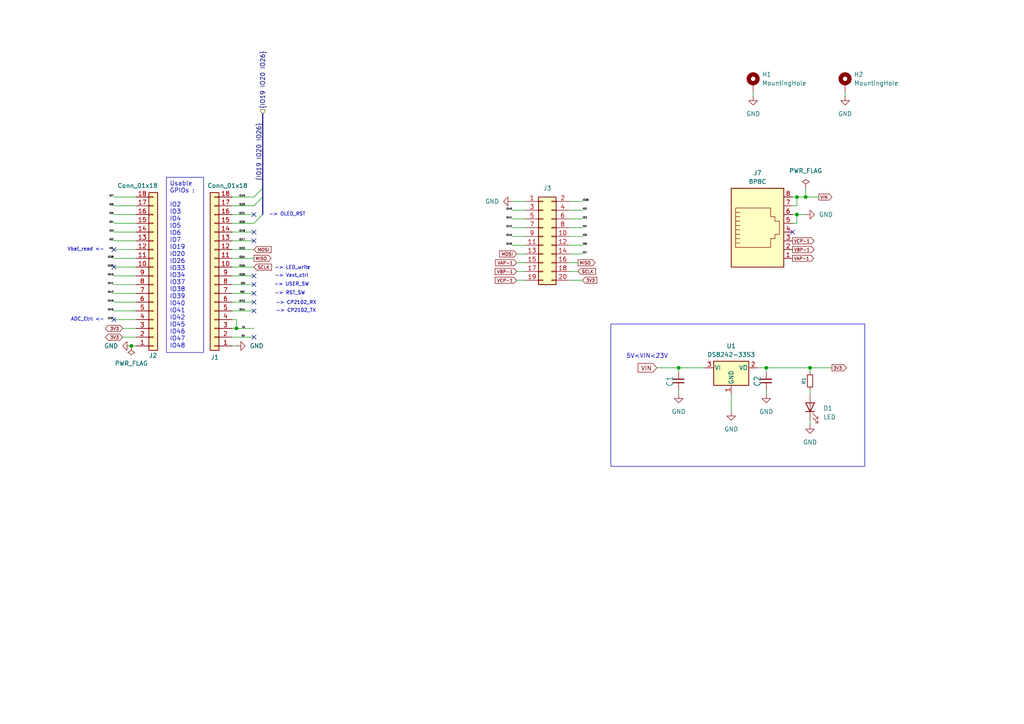
<source format=kicad_sch>
(kicad_sch (version 20231120) (generator "eeschema") (generator_version "8.0")
  (paper "A4")
  (lib_symbols
    (symbol "Connector:8P8C" (pin_names (offset 1.016))
      (property "Reference" "J" (at -5.08 13.97 0))
      (property "Value" "8P8C" (at 2.54 13.97 0))
      (symbol "8P8C_0_1"
        (polyline (pts (xy -5.08 4.445) (xy -6.35 4.445)))
        (polyline (pts (xy -5.08 5.715) (xy -6.35 5.715)))
        (polyline (pts (xy -6.35 -3.175) (xy -5.08 -3.175) (xy -5.08 -3.175)))
        (polyline (pts (xy -6.35 -1.905) (xy -5.08 -1.905) (xy -5.08 -1.905)))
        (polyline (pts (xy -6.35 -0.635) (xy -5.08 -0.635) (xy -5.08 -0.635)))
        (polyline (pts (xy -6.35 0.635) (xy -5.08 0.635) (xy -5.08 0.635)))
        (polyline (pts (xy -6.35 1.905) (xy -5.08 1.905) (xy -5.08 1.905)))
        (polyline (pts (xy -5.08 3.175) (xy -6.35 3.175) (xy -6.35 3.175)))
        (polyline (pts (xy -6.35 -4.445) (xy -6.35 6.985) (xy 3.81 6.985) (xy 3.81 4.445) (xy 5.08 4.445) (xy 5.08 3.175) (xy 6.35 3.175) (xy 6.35 -0.635) (xy 5.08 -0.635) (xy 5.08 -1.905) (xy 3.81 -1.905) (xy 3.81 -4.445) (xy -6.35 -4.445) (xy -6.35 -4.445)))
        (rectangle (start 7.62 12.7) (end -7.62 -10.16) (stroke (width 0.254)) (fill (type background)))
      )
      (symbol "8P8C_1_1"
        (pin passive line (at 10.16 -7.62 180) (length 2.54) (name "~") (number "1"))
        (pin passive line (at 10.16 -5.08 180) (length 2.54) (name "~") (number "2"))
        (pin passive line (at 10.16 -2.54 180) (length 2.54) (name "~") (number "3"))
        (pin passive line (at 10.16 0 180) (length 2.54) (name "~") (number "4"))
        (pin passive line (at 10.16 2.54 180) (length 2.54) (name "~") (number "5"))
        (pin passive line (at 10.16 5.08 180) (length 2.54) (name "~") (number "6"))
        (pin passive line (at 10.16 7.62 180) (length 2.54) (name "~") (number "7"))
        (pin passive line (at 10.16 10.16 180) (length 2.54) (name "~") (number "8"))
      )
    )
    (symbol "Connector_Generic:Conn_01x18" (pin_names (offset 1.016) hide)
      (property "Reference" "J" (at 0 22.86 0))
      (property "Value" "Conn_01x18" (at 0 -25.4 0))
      (symbol "Conn_01x18_1_1"
        (rectangle (start -1.27 -22.733) (end 0 -22.987) (stroke (width 0.1524)))
        (rectangle (start -1.27 -20.193) (end 0 -20.447) (stroke (width 0.1524)))
        (rectangle (start -1.27 -17.653) (end 0 -17.907) (stroke (width 0.1524)))
        (rectangle (start -1.27 -15.113) (end 0 -15.367) (stroke (width 0.1524)))
        (rectangle (start -1.27 -12.573) (end 0 -12.827) (stroke (width 0.1524)))
        (rectangle (start -1.27 -10.033) (end 0 -10.287) (stroke (width 0.1524)))
        (rectangle (start -1.27 -7.493) (end 0 -7.747) (stroke (width 0.1524)))
        (rectangle (start -1.27 -4.953) (end 0 -5.207) (stroke (width 0.1524)))
        (rectangle (start -1.27 -2.413) (end 0 -2.667) (stroke (width 0.1524)))
        (rectangle (start -1.27 0.127) (end 0 -0.127) (stroke (width 0.1524)))
        (rectangle (start -1.27 2.667) (end 0 2.413) (stroke (width 0.1524)))
        (rectangle (start -1.27 5.207) (end 0 4.953) (stroke (width 0.1524)))
        (rectangle (start -1.27 7.747) (end 0 7.493) (stroke (width 0.1524)))
        (rectangle (start -1.27 10.287) (end 0 10.033) (stroke (width 0.1524)))
        (rectangle (start -1.27 12.827) (end 0 12.573) (stroke (width 0.1524)))
        (rectangle (start -1.27 15.367) (end 0 15.113) (stroke (width 0.1524)))
        (rectangle (start -1.27 17.907) (end 0 17.653) (stroke (width 0.1524)))
        (rectangle (start -1.27 20.447) (end 0 20.193) (stroke (width 0.1524)))
        (rectangle (start -1.27 21.59) (end 1.27 -24.13) (stroke (width 0.254)) (fill (type background)))
        (pin passive line (at -5.08 20.32 0) (length 3.81) (name "Pin_1") (number "1"))
        (pin passive line (at -5.08 -2.54 0) (length 3.81) (name "Pin_10") (number "10"))
        (pin passive line (at -5.08 -5.08 0) (length 3.81) (name "Pin_11") (number "11"))
        (pin passive line (at -5.08 -7.62 0) (length 3.81) (name "Pin_12") (number "12"))
        (pin passive line (at -5.08 -10.16 0) (length 3.81) (name "Pin_13") (number "13"))
        (pin passive line (at -5.08 -12.7 0) (length 3.81) (name "Pin_14") (number "14"))
        (pin passive line (at -5.08 -15.24 0) (length 3.81) (name "Pin_15") (number "15"))
        (pin passive line (at -5.08 -17.78 0) (length 3.81) (name "Pin_16") (number "16"))
        (pin passive line (at -5.08 -20.32 0) (length 3.81) (name "Pin_17") (number "17"))
        (pin passive line (at -5.08 -22.86 0) (length 3.81) (name "Pin_18") (number "18"))
        (pin passive line (at -5.08 17.78 0) (length 3.81) (name "Pin_2") (number "2"))
        (pin passive line (at -5.08 15.24 0) (length 3.81) (name "Pin_3") (number "3"))
        (pin passive line (at -5.08 12.7 0) (length 3.81) (name "Pin_4") (number "4"))
        (pin passive line (at -5.08 10.16 0) (length 3.81) (name "Pin_5") (number "5"))
        (pin passive line (at -5.08 7.62 0) (length 3.81) (name "Pin_6") (number "6"))
        (pin passive line (at -5.08 5.08 0) (length 3.81) (name "Pin_7") (number "7"))
        (pin passive line (at -5.08 2.54 0) (length 3.81) (name "Pin_8") (number "8"))
        (pin passive line (at -5.08 0 0) (length 3.81) (name "Pin_9") (number "9"))
      )
    )
    (symbol "Connector_Generic:Conn_02x10_Odd_Even" (pin_names (offset 1.016) hide)
      (property "Reference" "J" (at 1.27 12.7 0))
      (property "Value" "Conn_02x10_Odd_Even" (at 1.27 -15.24 0))
      (symbol "Conn_02x10_Odd_Even_1_1"
        (rectangle (start -1.27 -12.573) (end 0 -12.827) (stroke (width 0.1524)))
        (rectangle (start -1.27 -10.033) (end 0 -10.287) (stroke (width 0.1524)))
        (rectangle (start -1.27 -7.493) (end 0 -7.747) (stroke (width 0.1524)))
        (rectangle (start -1.27 -4.953) (end 0 -5.207) (stroke (width 0.1524)))
        (rectangle (start -1.27 -2.413) (end 0 -2.667) (stroke (width 0.1524)))
        (rectangle (start -1.27 0.127) (end 0 -0.127) (stroke (width 0.1524)))
        (rectangle (start -1.27 2.667) (end 0 2.413) (stroke (width 0.1524)))
        (rectangle (start -1.27 5.207) (end 0 4.953) (stroke (width 0.1524)))
        (rectangle (start -1.27 7.747) (end 0 7.493) (stroke (width 0.1524)))
        (rectangle (start -1.27 10.287) (end 0 10.033) (stroke (width 0.1524)))
        (rectangle (start -1.27 11.43) (end 3.81 -13.97) (stroke (width 0.254)) (fill (type background)))
        (rectangle (start 3.81 -12.573) (end 2.54 -12.827) (stroke (width 0.1524)))
        (rectangle (start 3.81 -10.033) (end 2.54 -10.287) (stroke (width 0.1524)))
        (rectangle (start 3.81 -7.493) (end 2.54 -7.747) (stroke (width 0.1524)))
        (rectangle (start 3.81 -4.953) (end 2.54 -5.207) (stroke (width 0.1524)))
        (rectangle (start 3.81 -2.413) (end 2.54 -2.667) (stroke (width 0.1524)))
        (rectangle (start 3.81 0.127) (end 2.54 -0.127) (stroke (width 0.1524)))
        (rectangle (start 3.81 2.667) (end 2.54 2.413) (stroke (width 0.1524)))
        (rectangle (start 3.81 5.207) (end 2.54 4.953) (stroke (width 0.1524)))
        (rectangle (start 3.81 7.747) (end 2.54 7.493) (stroke (width 0.1524)))
        (rectangle (start 3.81 10.287) (end 2.54 10.033) (stroke (width 0.1524)))
        (pin passive line (at -5.08 10.16 0) (length 3.81) (name "Pin_1") (number "1"))
        (pin passive line (at 7.62 0 180) (length 3.81) (name "Pin_10") (number "10"))
        (pin passive line (at -5.08 -2.54 0) (length 3.81) (name "Pin_11") (number "11"))
        (pin passive line (at 7.62 -2.54 180) (length 3.81) (name "Pin_12") (number "12"))
        (pin passive line (at -5.08 -5.08 0) (length 3.81) (name "Pin_13") (number "13"))
        (pin passive line (at 7.62 -5.08 180) (length 3.81) (name "Pin_14") (number "14"))
        (pin passive line (at -5.08 -7.62 0) (length 3.81) (name "Pin_15") (number "15"))
        (pin passive line (at 7.62 -7.62 180) (length 3.81) (name "Pin_16") (number "16"))
        (pin passive line (at -5.08 -10.16 0) (length 3.81) (name "Pin_17") (number "17"))
        (pin passive line (at 7.62 -10.16 180) (length 3.81) (name "Pin_18") (number "18"))
        (pin passive line (at -5.08 -12.7 0) (length 3.81) (name "Pin_19") (number "19"))
        (pin passive line (at 7.62 10.16 180) (length 3.81) (name "Pin_2") (number "2"))
        (pin passive line (at 7.62 -12.7 180) (length 3.81) (name "Pin_20") (number "20"))
        (pin passive line (at -5.08 7.62 0) (length 3.81) (name "Pin_3") (number "3"))
        (pin passive line (at 7.62 7.62 180) (length 3.81) (name "Pin_4") (number "4"))
        (pin passive line (at -5.08 5.08 0) (length 3.81) (name "Pin_5") (number "5"))
        (pin passive line (at 7.62 5.08 180) (length 3.81) (name "Pin_6") (number "6"))
        (pin passive line (at -5.08 2.54 0) (length 3.81) (name "Pin_7") (number "7"))
        (pin passive line (at 7.62 2.54 180) (length 3.81) (name "Pin_8") (number "8"))
        (pin passive line (at -5.08 0 0) (length 3.81) (name "Pin_9") (number "9"))
      )
    )
    (symbol "Device:C_Small" (pin_numbers hide) (pin_names (offset 0.254) hide)
      (property "Reference" "C" (at 0.254 1.778 0))
      (property "Value" "C_Small" (at 0.254 -2.032 0))
      (symbol "C_Small_0_1"
        (polyline (pts (xy -1.524 -0.508) (xy 1.524 -0.508)) (stroke (width 0.3302)))
        (polyline (pts (xy -1.524 0.508) (xy 1.524 0.508)) (stroke (width 0.3048)))
      )
      (symbol "C_Small_1_1"
        (pin passive line (at 0 2.54 270) (length 2.032) (name "~") (number "1"))
        (pin passive line (at 0 -2.54 90) (length 2.032) (name "~") (number "2"))
      )
    )
    (symbol "Device:LED" (pin_numbers hide) (pin_names (offset 1.016) hide)
      (property "Reference" "D" (at 0 2.54 0))
      (property "Value" "LED" (at 0 -2.54 0))
      (symbol "LED_0_1"
        (polyline (pts (xy -1.27 -1.27) (xy -1.27 1.27)) (stroke (width 0.254)))
        (polyline (pts (xy -1.27 0) (xy 1.27 0)))
        (polyline (pts (xy 1.27 -1.27) (xy 1.27 1.27) (xy -1.27 0) (xy 1.27 -1.27)) (stroke (width 0.254)))
        (polyline (pts (xy -3.048 -0.762) (xy -4.572 -2.286) (xy -3.81 -2.286) (xy -4.572 -2.286) (xy -4.572 -1.524)))
        (polyline (pts (xy -1.778 -0.762) (xy -3.302 -2.286) (xy -2.54 -2.286) (xy -3.302 -2.286) (xy -3.302 -1.524)))
      )
      (symbol "LED_1_1"
        (pin passive line (at -3.81 0 0) (length 2.54) (name "K") (number "1"))
        (pin passive line (at 3.81 0 180) (length 2.54) (name "A") (number "2"))
      )
    )
    (symbol "Device:R_Small" (pin_numbers hide) (pin_names (offset 0.254) hide)
      (property "Reference" "R" (at 0.762 0.508 0))
      (property "Value" "R_Small" (at 0.762 -1.016 0))
      (symbol "R_Small_0_1"
        (rectangle (start -0.762 1.778) (end 0.762 -1.778) (stroke (width 0.2032)))
      )
      (symbol "R_Small_1_1"
        (pin passive line (at 0 2.54 270) (length 0.762) (name "~") (number "1"))
        (pin passive line (at 0 -2.54 90) (length 0.762) (name "~") (number "2"))
      )
    )
    (symbol "Mechanical:MountingHole_Pad" (pin_numbers hide) (pin_names (offset 1.016) hide) (exclude_from_sim yes) (in_bom no)
      (property "Reference" "H" (at 0 6.35 0))
      (property "Value" "MountingHole_Pad" (at 0 4.445 0))
      (symbol "MountingHole_Pad_0_1"
        (circle (center 0 1.27) (radius 1.27) (stroke (width 1.27)))
      )
      (symbol "MountingHole_Pad_1_1"
        (pin input line (at 0 -2.54 90) (length 2.54) (name "1") (number "1"))
      )
    )
    (symbol "PWR_FLAG_1" (power) (pin_numbers hide) (pin_names (offset 0) hide)
      (property "Value" "PWR_FLAG" (at 0 3.81 0))
      (symbol "PWR_FLAG_1_0_0"
        (pin power_out line (at 0 0 90) (length 0) (name "~") (number "1"))
      )
      (symbol "PWR_FLAG_1_0_1"
        (polyline (pts (xy 0 0) (xy 0 1.27) (xy -1.016 1.905) (xy 0 2.54) (xy 1.016 1.905) (xy 0 1.27)))
      )
    )
    (symbol "Regulator_Linear:APE8865N-33-HF-3" (pin_names (offset 0.254))
      (property "Reference" "U" (at -3.81 3.175 0))
      (property "Value" "APE8865N-33-HF-3" (at 0 3.175 0))
      (symbol "APE8865N-33-HF-3_0_1"
        (rectangle (start -5.08 1.905) (end 5.08 -5.08) (stroke (width 0.254)) (fill (type background)))
      )
      (symbol "APE8865N-33-HF-3_1_1"
        (pin power_in line (at 0 -7.62 90) (length 2.54) (name "GND") (number "1"))
        (pin power_out line (at 7.62 0 180) (length 2.54) (name "VO") (number "2"))
        (pin power_in line (at -7.62 0 0) (length 2.54) (name "VI") (number "3"))
      )
    )
    (symbol "power:GND" (power) (pin_numbers hide) (pin_names (offset 0) hide)
      (property "Value" "GND" (at 0 -3.81 0))
      (symbol "GND_0_1"
        (polyline (pts (xy 0 0) (xy 0 -1.27) (xy 1.27 -1.27) (xy 0 -2.54) (xy -1.27 -1.27) (xy 0 -1.27)))
      )
      (symbol "GND_1_1"
        (pin power_in line (at 0 0 270) (length 0) (name "~") (number "1"))
      )
    )
    (symbol "power:PWR_FLAG" (power) (pin_numbers hide) (pin_names (offset 0) hide)
      (property "Value" "PWR_FLAG" (at 0 3.81 0))
      (symbol "PWR_FLAG_0_0"
        (pin power_out line (at 0 0 90) (length 0) (name "~") (number "1"))
      )
      (symbol "PWR_FLAG_0_1"
        (polyline (pts (xy 0 0) (xy 0 1.27) (xy -1.016 1.905) (xy 0 2.54) (xy 1.016 1.905) (xy 0 1.27)))
      )
    )
  )
  (bus_alias "CS" (members "IO2" "IO3"))
  (junction (at 222.25 106.68))
  (junction (at 234.95 106.68))
  (junction (at 196.85 106.68))
  (junction (at 38.1 100.33))
  (junction (at 231.14 57.15))
  (junction (at 233.68 57.15))
  (junction (at 68.58 95.25))
  (junction (at 231.14 62.23))
  (no_connect (at 73.66 69.85))
  (no_connect (at 73.66 67.31))
  (no_connect (at 33.02 92.71))
  (no_connect (at 73.66 90.17))
  (no_connect (at 33.02 72.39))
  (no_connect (at 73.66 85.09))
  (no_connect (at 73.66 87.63))
  (no_connect (at 73.66 97.79))
  (no_connect (at 33.02 77.47))
  (no_connect (at 73.66 62.23))
  (no_connect (at 73.66 82.55))
  (no_connect (at 73.66 80.01))
  (no_connect (at 229.87 67.31))
  (bus_entry (at 76.2 54.61) (size -2.54 2.54))
  (bus_entry (at 76.2 62.23) (size -2.54 2.54))
  (bus_entry (at 76.2 57.15) (size -2.54 2.54))
  (wire (pts (xy 73.66 57.15) (xy 67.31 57.15)))
  (wire (pts (xy 68.58 100.33) (xy 67.31 100.33)))
  (wire (pts (xy 222.25 113.03) (xy 222.25 114.3)))
  (bus (pts (xy 76.2 33.02) (xy 76.2 54.61)))
  (wire (pts (xy 39.37 97.79) (xy 35.56 97.79)))
  (wire (pts (xy 222.25 106.68) (xy 234.95 106.68)))
  (wire (pts (xy 73.66 80.01) (xy 67.31 80.01)))
  (wire (pts (xy 165.1 73.66) (xy 168.91 73.66)))
  (wire (pts (xy 39.37 92.71) (xy 33.02 92.71)))
  (wire (pts (xy 73.66 87.63) (xy 67.31 87.63)))
  (wire (pts (xy 148.59 63.5) (xy 152.4 63.5)))
  (wire (pts (xy 231.14 62.23) (xy 233.68 62.23)))
  (wire (pts (xy 73.66 97.79) (xy 67.31 97.79)))
  (wire (pts (xy 148.59 60.96) (xy 152.4 60.96)))
  (wire (pts (xy 33.02 72.39) (xy 39.37 72.39)))
  (wire (pts (xy 165.1 78.74) (xy 167.64 78.74)))
  (wire (pts (xy 152.4 78.74) (xy 149.86 78.74)))
  (wire (pts (xy 148.59 58.42) (xy 152.4 58.42)))
  (wire (pts (xy 67.31 92.71) (xy 68.58 92.71)))
  (wire (pts (xy 222.25 106.68) (xy 222.25 107.95)))
  (wire (pts (xy 33.02 82.55) (xy 39.37 82.55)))
  (wire (pts (xy 39.37 95.25) (xy 35.56 95.25)))
  (wire (pts (xy 39.37 67.31) (xy 33.02 67.31)))
  (wire (pts (xy 234.95 106.68) (xy 234.95 107.95)))
  (wire (pts (xy 219.71 106.68) (xy 222.25 106.68)))
  (wire (pts (xy 39.37 57.15) (xy 33.02 57.15)))
  (wire (pts (xy 39.37 87.63) (xy 33.02 87.63)))
  (bus (pts (xy 76.2 57.15) (xy 76.2 54.61)))
  (wire (pts (xy 165.1 71.12) (xy 168.91 71.12)))
  (wire (pts (xy 233.68 54.61) (xy 233.68 57.15)))
  (wire (pts (xy 73.66 67.31) (xy 67.31 67.31)))
  (wire (pts (xy 234.95 121.92) (xy 234.95 123.19)))
  (wire (pts (xy 39.37 100.33) (xy 38.1 100.33)))
  (wire (pts (xy 39.37 90.17) (xy 33.02 90.17)))
  (wire (pts (xy 233.68 57.15) (xy 237.49 57.15)))
  (wire (pts (xy 196.85 106.68) (xy 196.85 107.95)))
  (wire (pts (xy 229.87 62.23) (xy 231.14 62.23)))
  (wire (pts (xy 165.1 81.28) (xy 168.91 81.28)))
  (wire (pts (xy 245.11 26.67) (xy 245.11 27.94)))
  (wire (pts (xy 231.14 59.69) (xy 231.14 57.15)))
  (wire (pts (xy 33.02 77.47) (xy 39.37 77.47)))
  (bus (pts (xy 76.2 57.15) (xy 76.2 62.23)))
  (wire (pts (xy 196.85 106.68) (xy 204.47 106.68)))
  (wire (pts (xy 73.66 72.39) (xy 67.31 72.39)))
  (wire (pts (xy 39.37 64.77) (xy 33.02 64.77)))
  (wire (pts (xy 196.85 113.03) (xy 196.85 114.3)))
  (wire (pts (xy 73.66 85.09) (xy 67.31 85.09)))
  (wire (pts (xy 152.4 76.2) (xy 149.86 76.2)))
  (wire (pts (xy 152.4 81.28) (xy 149.86 81.28)))
  (wire (pts (xy 229.87 57.15) (xy 231.14 57.15)))
  (wire (pts (xy 73.66 77.47) (xy 67.31 77.47)))
  (wire (pts (xy 229.87 59.69) (xy 231.14 59.69)))
  (wire (pts (xy 148.59 68.58) (xy 152.4 68.58)))
  (wire (pts (xy 73.66 64.77) (xy 67.31 64.77)))
  (wire (pts (xy 165.1 66.04) (xy 168.91 66.04)))
  (wire (pts (xy 68.58 95.25) (xy 67.31 95.25)))
  (wire (pts (xy 165.1 60.96) (xy 168.91 60.96)))
  (wire (pts (xy 234.95 106.68) (xy 241.3 106.68)))
  (wire (pts (xy 73.66 62.23) (xy 67.31 62.23)))
  (wire (pts (xy 73.66 74.93) (xy 67.31 74.93)))
  (wire (pts (xy 165.1 63.5) (xy 168.91 63.5)))
  (wire (pts (xy 73.66 82.55) (xy 67.31 82.55)))
  (wire (pts (xy 33.02 74.93) (xy 39.37 74.93)))
  (wire (pts (xy 73.66 69.85) (xy 67.31 69.85)))
  (wire (pts (xy 165.1 58.42) (xy 168.91 58.42)))
  (wire (pts (xy 231.14 64.77) (xy 231.14 62.23)))
  (wire (pts (xy 234.95 113.03) (xy 234.95 114.3)))
  (wire (pts (xy 33.02 85.09) (xy 39.37 85.09)))
  (wire (pts (xy 218.44 26.67) (xy 218.44 27.94)))
  (wire (pts (xy 73.66 59.69) (xy 67.31 59.69)))
  (wire (pts (xy 190.5 106.68) (xy 196.85 106.68)))
  (wire (pts (xy 39.37 62.23) (xy 33.02 62.23)))
  (wire (pts (xy 73.66 95.25) (xy 68.58 95.25)))
  (wire (pts (xy 39.37 69.85) (xy 33.02 69.85)))
  (wire (pts (xy 148.59 71.12) (xy 152.4 71.12)))
  (wire (pts (xy 229.87 64.77) (xy 231.14 64.77)))
  (wire (pts (xy 165.1 76.2) (xy 167.64 76.2)))
  (wire (pts (xy 148.59 66.04) (xy 152.4 66.04)))
  (wire (pts (xy 73.66 90.17) (xy 67.31 90.17)))
  (wire (pts (xy 152.4 73.66) (xy 149.86 73.66)))
  (wire (pts (xy 33.02 80.01) (xy 39.37 80.01)))
  (wire (pts (xy 39.37 59.69) (xy 33.02 59.69)))
  (wire (pts (xy 231.14 57.15) (xy 233.68 57.15)))
  (wire (pts (xy 212.09 114.3) (xy 212.09 119.38)))
  (wire (pts (xy 68.58 92.71) (xy 68.58 95.25)))
  (wire (pts (xy 165.1 68.58) (xy 168.91 68.58)))
  (rectangle (start 177.165 93.98) (end 250.825 135.255))
  (text_box "Usable GPIOs :\n\nIO2\nIO3\nIO4\nIO5\nIO6\nIO7\nIO19\nIO20\nIO26\nIO33\nIO34\nIO37\nIO38\nIO39\nIO40\nIO41\nIO42\nIO45\nIO46\nIO47\nIO48\n" (at 48.26 51.435 0) (size 10.795 50.8) (effects (font (size 1.27 1.27)) (justify left top)))
  (text "5V<VIN<23V" (at 187.706 103.378 0) (effects (font (size 1.27 1.27))))
  (text "Vbat_read <-" (at 24.892 72.39 0) (effects (font (size 1 1))))
  (text "-> USER_SW" (at 84.582 82.55 0) (effects (font (size 1 1))))
  (text "-> LED_write" (at 84.836 77.724 0) (effects (font (size 1 1))))
  (text "-> CP2102_TX" (at 85.852 90.17 0) (effects (font (size 1 1))))
  (text "ADC_Ctrl <-" (at 25.4 92.71 0) (effects (font (size 1 1))))
  (text "-> CP2102_RX" (at 85.852 87.884 0) (effects (font (size 1 1))))
  (text "-> RST_SW" (at 84.074 85.09 0) (effects (font (size 1 1))))
  (text "-> OLED_RST" (at 83.312 62.23 0) (effects (font (size 1 1))))
  (text "-> Vext_ctrl" (at 84.582 80.01 0) (effects (font (size 1 1))))
  (label "{IO19 IO20 IO26}" (at 76.2 35.56 270))
  (label "IO38" (at 33.02 74.93 180) (effects (font (size 0.5 0.5))))
  (label "IO3" (at 33.02 67.31 180) (effects (font (size 0.5 0.5))))
  (label "IO6" (at 33.02 59.69 180) (effects (font (size 0.5 0.5))))
  (label "IO43" (at 71.12 87.63 180) (effects (font (size 0.5 0.5))))
  (label "IO45" (at 33.02 87.63 180) (effects (font (size 0.5 0.5))))
  (label "IO3" (at 168.91 63.5 0) (effects (font (size 0.5 0.5))))
  (label "IO41" (at 33.02 82.55 180) (effects (font (size 0.5 0.5))))
  (label "IO20" (at 71.12 59.69 180) (effects (font (size 0.5 0.5))))
  (label "IO0" (at 71.12 82.55 180) (effects (font (size 0.5 0.5))))
  (label "IO37" (at 33.02 92.71 180) (effects (font (size 0.5 0.5))))
  (label "IO33" (at 71.12 72.39 180) (effects (font (size 0.5 0.5))))
  (label "IO45" (at 148.59 68.58 180) (effects (font (size 0.5 0.5))))
  (label "IO39" (at 33.02 77.47 180) (effects (font (size 0.5 0.5))))
  (label "IO42" (at 33.02 85.09 180) (effects (font (size 0.5 0.5))))
  (label "IO26" (at 71.12 64.77 180) (effects (font (size 0.5 0.5))))
  (label "IO4" (at 168.91 66.04 0) (effects (font (size 0.5 0.5))))
  (label "IO36" (at 71.12 80.01 180) (effects (font (size 0.5 0.5))))
  (label "IO42" (at 148.59 66.04 180) (effects (font (size 0.5 0.5))))
  (label "IO34" (at 71.12 74.93 180) (effects (font (size 0.5 0.5))))
  (label "IO46" (at 33.02 90.17 180) (effects (font (size 0.5 0.5))))
  (label "IO41" (at 148.59 63.5 180) (effects (font (size 0.5 0.5))))
  (label "IO40" (at 33.02 80.01 180) (effects (font (size 0.5 0.5))))
  (label "IO6" (at 168.91 71.12 0) (effects (font (size 0.5 0.5))))
  (label "IO46" (at 148.59 71.12 180) (effects (font (size 0.5 0.5))))
  (label "IO21" (at 71.12 62.23 180) (effects (font (size 0.5 0.5))))
  (label "IO40" (at 148.59 60.96 180) (effects (font (size 0.5 0.5))))
  (label "5V" (at 71.12 97.79 180) (effects (font (size 0.5 0.5))))
  (label "IO7" (at 168.91 73.66 0) (effects (font (size 0.5 0.5))))
  (label "IO1" (at 33.02 72.39 180) (effects (font (size 0.5 0.5))))
  (label "IO2" (at 33.02 69.85 180) (effects (font (size 0.5 0.5))))
  (label "IO47" (at 71.12 69.85 180) (effects (font (size 0.5 0.5))))
  (label "IO4" (at 33.02 64.77 180) (effects (font (size 0.5 0.5))))
  (label "IO5" (at 33.02 62.23 180) (effects (font (size 0.5 0.5))))
  (label "Ve" (at 71.12 95.25 180) (effects (font (size 0.5 0.5))))
  (label "IO19" (at 71.12 57.15 180) (effects (font (size 0.5 0.5))))
  (label "IO44" (at 71.12 90.17 180) (effects (font (size 0.5 0.5))))
  (label "IO38" (at 168.91 58.42 0) (effects (font (size 0.5 0.5))))
  (label "RST" (at 71.12 85.09 180) (effects (font (size 0.5 0.5))))
  (label "IO2" (at 168.91 60.96 0) (effects (font (size 0.5 0.5))))
  (label "IO48" (at 71.12 67.31 180) (effects (font (size 0.5 0.5))))
  (label "IO35" (at 71.12 77.47 180) (effects (font (size 0.5 0.5))))
  (label "IO7" (at 33.02 57.15 180) (effects (font (size 0.5 0.5))))
  (label "IO5" (at 168.91 68.58 0) (effects (font (size 0.5 0.5))))
  (global_label "MISO" (shape output) (at 167.64 76.2 0) (effects (font (size 0.9 0.9))) (property "Intersheetrefs" "${INTERSHEET_REFS}" (effects (hide yes))))
  (global_label "VAP-1" (shape input) (at 149.86 76.2 180) (effects (font (size 0.9 0.9))) (property "Intersheetrefs" "${INTERSHEET_REFS}" (effects (hide yes))))
  (global_label "VCP-1" (shape input) (at 149.86 81.28 180) (effects (font (size 0.9 0.9))) (property "Intersheetrefs" "${INTERSHEET_REFS}" (effects (hide yes))))
  (global_label "VCP-1" (shape output) (at 229.87 69.85 0) (effects (font (size 0.9 0.9))) (property "Intersheetrefs" "${INTERSHEET_REFS}" (effects (hide yes))))
  (global_label "MOSI" (shape input) (at 149.86 73.66 180) (effects (font (size 0.9 0.9))) (property "Intersheetrefs" "${INTERSHEET_REFS}" (effects (hide yes))))
  (global_label "VIN" (shape input) (at 190.5 106.68 180) (property "Intersheetrefs" "${INTERSHEET_REFS}" (effects (hide yes))))
  (global_label "VBP-1" (shape output) (at 229.87 72.39 0) (effects (font (size 0.9 0.9))) (property "Intersheetrefs" "${INTERSHEET_REFS}" (effects (hide yes))))
  (global_label "VBP-1" (shape input) (at 149.86 78.74 180) (effects (font (size 0.9 0.9))) (property "Intersheetrefs" "${INTERSHEET_REFS}" (effects (hide yes))))
  (global_label "3V3" (shape bidirectional) (at 35.56 95.25 180) (effects (font (size 0.9 0.9))) (property "Intersheetrefs" "${INTERSHEET_REFS}" (effects (hide yes))))
  (global_label "SCLK" (shape input) (at 73.66 77.47 0) (effects (font (size 0.9 0.9))) (property "Intersheetrefs" "${INTERSHEET_REFS}" (effects (hide yes))))
  (global_label "3V3" (shape input) (at 168.91 81.28 0) (effects (font (size 0.9 0.9))) (property "Intersheetrefs" "${INTERSHEET_REFS}" (effects (hide yes))))
  (global_label "MISO" (shape output) (at 73.66 74.93 0) (effects (font (size 0.9 0.9))) (property "Intersheetrefs" "${INTERSHEET_REFS}" (effects (hide yes))))
  (global_label "MOSI" (shape input) (at 73.66 72.39 0) (effects (font (size 0.9 0.9))) (property "Intersheetrefs" "${INTERSHEET_REFS}" (effects (hide yes))))
  (global_label "3V3" (shape output) (at 241.3 106.68 0) (effects (font (size 0.9 0.9))) (property "Intersheetrefs" "${INTERSHEET_REFS}" (effects (hide yes))))
  (global_label "VIN" (shape output) (at 237.49 57.15 0) (effects (font (size 0.889 0.889))) (property "Intersheetrefs" "${INTERSHEET_REFS}" (effects (hide yes))))
  (global_label "VAP-1" (shape output) (at 229.87 74.93 0) (effects (font (size 0.9 0.9))) (property "Intersheetrefs" "${INTERSHEET_REFS}" (effects (hide yes))))
  (global_label "3V3" (shape bidirectional) (at 35.56 97.79 180) (effects (font (size 0.9 0.9))) (property "Intersheetrefs" "${INTERSHEET_REFS}" (effects (hide yes))))
  (global_label "SCLK" (shape input) (at 167.64 78.74 0) (effects (font (size 0.9 0.9))) (property "Intersheetrefs" "${INTERSHEET_REFS}" (effects (hide yes))))
  (hierarchical_label "{IO19 IO20 IO26}" (shape input) (at 76.2 33.02 90))
  (symbol (lib_id "power:GND") (at 245.11 27.94 0) (unit 1)
    (property "Reference" "#PWR09" (effects (hide yes)))
    (property "Value" "GND" (at 245.11 33.02 0))
    (property "Description" "Power symbol creates a global label with name \"GND\" , ground" (effects (hide yes)))
  )
  (symbol (lib_id "Device:C_Small") (at 222.25 110.49 180) (unit 1)
    (property "Reference" "C2" (at 218.694 108.966 90) (effects (font (size 1.778 1.5113)) (justify left bottom)))
    (property "Value" "1uF" (effects (hide yes)))
    (property "Footprint" "Capacitor_SMD:C_0603_1608Metric_Pad1.08x0.95mm_HandSolder" (effects (hide yes)))
    (property "Manufacturer_Part_Number" "06036C104JAT2A" (effects (hide yes)))
    (property "LCSC Part #" "C6119860" (effects (hide yes)))
  )
  (symbol (lib_id "Connector_Generic:Conn_02x10_Odd_Even") (at 157.48 68.58 0) (unit 1)
    (property "Reference" "J3" (at 158.75 54.61 0))
    (property "Value" "Conn_02x10_Counter_Clockwise" (effects (hide yes)))
    (property "Footprint" "Connector_IDC:IDC-Header_2x10_P2.54mm_Vertical_SMD" (effects (hide yes)))
    (property "Description" "Generic connector, double row, 02x10, odd/even pin numbering scheme (row 1 odd numbers, row 2 even numbers), script generated (kicad-library-utils/schlib/autogen/connector/)" (effects (hide yes)))
    (property "LCSC Part #" "C4749183" (effects (hide yes)))
  )
  (symbol (lib_id "Connector_Generic:Conn_01x18") (at 44.45 80.01 0) (mirror x) (unit 1)
    (property "Reference" "J2" (at 43.18 103.124 0) (effects (justify left)))
    (property "Value" "Conn_01x18" (at 34.036 53.848 0) (effects (justify left)))
    (property "Footprint" "Connector_PinSocket_2.54mm:PinSocket_1x18_P2.54mm_Vertical" (effects (hide yes)))
    (property "Description" "Generic connector, single row, 01x18, script generated (kicad-library-utils/schlib/autogen/connector/)" (effects (hide yes)))
    (property "LCSC Part #" "C2905422" (effects (hide yes)))
  )
  (symbol (lib_id "Device:C_Small") (at 196.85 110.49 180) (unit 1)
    (property "Reference" "C1" (at 193.294 108.966 90) (effects (font (size 1.778 1.5113)) (justify left bottom)))
    (property "Value" "1uF" (effects (hide yes)))
    (property "Footprint" "Capacitor_SMD:C_0603_1608Metric_Pad1.08x0.95mm_HandSolder" (effects (hide yes)))
    (property "Manufacturer_Part_Number" "06036C104JAT2A" (effects (hide yes)))
    (property "LCSC Part #" "C6119860" (effects (hide yes)))
  )
  (symbol (lib_id "power:GND") (at 218.44 27.94 0) (unit 1)
    (property "Reference" "#PWR08" (effects (hide yes)))
    (property "Value" "GND" (at 218.44 33.02 0))
    (property "Description" "Power symbol creates a global label with name \"GND\" , ground" (effects (hide yes)))
  )
  (symbol (lib_id "Device:LED") (at 234.95 118.11 90) (unit 1)
    (property "Reference" "D1" (at 238.76 118.4274 90) (effects (justify right)))
    (property "Value" "LED" (at 238.76 120.9674 90) (effects (justify right)))
    (property "Footprint" "LED_SMD:LED_0603_1608Metric" (effects (hide yes)))
    (property "Description" "Light emitting diode" (effects (hide yes)))
    (property "LCSC Part #" "C189306" (effects (hide yes)))
  )
  (symbol (lib_id "Mechanical:MountingHole_Pad") (at 218.44 24.13 0) (unit 1) (exclude_from_sim yes) (in_bom no)
    (property "Reference" "H1" (at 220.98 21.5899 0) (effects (justify left)))
    (property "Value" "MountingHole" (at 220.98 24.1299 0) (effects (justify left)))
    (property "Footprint" "MountingHole:MountingHole_2.7mm_M2.5_ISO7380_Pad" (effects (hide yes)))
    (property "Description" "Mounting Hole with connection" (effects (hide yes)))
  )
  (symbol (lib_id "power:GND") (at 196.85 114.3 0) (unit 1)
    (property "Reference" "#PWR04" (effects (hide yes)))
    (property "Value" "GND" (at 196.85 119.38 0))
    (property "Description" "Power symbol creates a global label with name \"GND\" , ground" (effects (hide yes)))
  )
  (symbol (lib_id "power:GND") (at 222.25 114.3 0) (unit 1)
    (property "Reference" "#PWR06" (effects (hide yes)))
    (property "Value" "GND" (at 222.25 119.38 0))
    (property "Description" "Power symbol creates a global label with name \"GND\" , ground" (effects (hide yes)))
  )
  (symbol (lib_id "Regulator_Linear:APE8865N-33-HF-3") (at 212.09 106.68 0) (unit 1)
    (property "Reference" "U1" (at 212.09 100.33 0))
    (property "Value" "DS8242-33S3" (at 212.09 102.87 0))
    (property "Footprint" "Package_TO_SOT_SMD:SOT-23" (effects (hide yes)))
    (property "Datasheet" "https://datasheet.lcsc.com/lcsc/2304140030_MICRONE-Nanjing-Micro-One-Elec-ME6210A33M3G_C236680.pdf" (effects (hide yes)))
    (property "Description" "500mA Fixed 3.3V Positive electrode 18V SOT-23 Linear Voltage Regulators" (effects (hide yes)))
    (property "LCSC Part #" "C5884132" (effects (hide yes)))
  )
  (symbol (lib_id "power:GND") (at 148.59 58.42 270) (unit 1)
    (property "Reference" "#PWR03" (effects (hide yes)))
    (property "Value" "GND" (at 144.78 58.4199 90) (effects (justify right)))
    (property "Description" "Power symbol creates a global label with name \"GND\" , ground" (effects (hide yes)))
  )
  (symbol (lib_id "power:GND") (at 233.68 62.23 90) (unit 1)
    (property "Reference" "#PWR014" (effects (hide yes)))
    (property "Value" "GND" (at 237.49 62.23 90) (effects (justify right)))
    (property "Description" "Power symbol creates a global label with name \"GND\" , ground" (effects (hide yes)))
    (instances (project "ATM90E32-breakout" (path "" (reference "#PWR014") (unit 1))) (project "Lora-Mainboard" (path "" (reference "#PWR07") (unit 1))))
  )
  (symbol (lib_id "power:GND") (at 212.09 119.38 0) (unit 1)
    (property "Reference" "#PWR05" (effects (hide yes)))
    (property "Value" "GND" (at 212.09 124.46 0))
    (property "Description" "Power symbol creates a global label with name \"GND\" , ground" (effects (hide yes)))
  )
  (symbol (lib_id "power:GND") (at 68.58 100.33 90) (unit 1)
    (property "Reference" "#PWR01" (effects (hide yes)))
    (property "Value" "GND" (at 72.39 100.3301 90) (effects (justify right)))
    (property "Description" "Power symbol creates a global label with name \"GND\" , ground" (effects (hide yes)))
  )
  (symbol (lib_id "power:PWR_FLAG") (at 38.1 100.33 180) (unit 1)
    (property "Reference" "#FLG01" (effects (hide yes)))
    (property "Value" "PWR_FLAG" (at 38.1 105.41 0))
    (property "Description" "Special symbol for telling ERC where power comes from" (effects (hide yes)))
  )
  (symbol (lib_id "Connector_Generic:Conn_01x18") (at 62.23 80.01 180) (unit 1)
    (property "Reference" "J1" (at 63.5 103.632 0) (effects (justify left)))
    (property "Value" "Conn_01x18" (at 71.882 53.848 0) (effects (justify left)))
    (property "Footprint" "Connector_PinSocket_2.54mm:PinSocket_1x18_P2.54mm_Vertical" (effects (hide yes)))
    (property "Description" "Generic connector, single row, 01x18, script generated (kicad-library-utils/schlib/autogen/connector/)" (effects (hide yes)))
    (property "LCSC Part #" "C2905422" (effects (hide yes)))
  )
  (symbol (lib_id "power:GND") (at 38.1 100.33 270) (unit 1)
    (property "Reference" "#PWR02" (effects (hide yes)))
    (property "Value" "GND" (at 34.29 100.33 90) (effects (justify right)))
    (property "Description" "Power symbol creates a global label with name \"GND\" , ground" (effects (hide yes)))
  )
  (symbol (lib_id "Connector:8P8C") (at 219.71 67.31 0) (unit 1)
    (property "Reference" "J7" (at 219.71 50.165 0))
    (property "Value" "8P8C" (at 219.71 52.705 0))
    (property "Footprint" "Enerwize:MTJ881X1" (effects (hide yes)))
    (property "Manufacturer_Part_Number" "MTJ-881X1" (effects (hide yes)))
    (property "LCSC Part #" "C6917143" (effects (hide yes)))
    (instances (project "ATM90E32-breakout" (path "" (reference "J7") (unit 1))) (project "Lora-Mainboard" (path "" (reference "J4") (unit 1))))
  )
  (symbol (lib_id "Device:R_Small") (at 234.95 110.49 0) (unit 1)
    (property "Reference" "R1" (at 233.172 111.506 90) (effects (font (size 1 1)) (justify left)))
    (property "Value" "±0.1% ±25ppm/℃ 1kΩ" (effects (hide yes)))
    (property "Footprint" "Resistor_SMD:R_0603_1608Metric_Pad0.98x0.95mm_HandSolder" (effects (hide yes)))
    (property "Description" "±0.1% ±25ppm/℃ " (effects (hide yes)))
    (property "LCSC Part #" "C2989112" (effects (hide yes)))
  )
  (symbol (lib_id "Mechanical:MountingHole_Pad") (at 245.11 24.13 0) (unit 1) (exclude_from_sim yes) (in_bom no)
    (property "Reference" "H2" (at 247.65 21.5899 0) (effects (justify left)))
    (property "Value" "MountingHole" (at 247.65 24.1299 0) (effects (justify left)))
    (property "Footprint" "MountingHole:MountingHole_2.7mm_M2.5_ISO7380_Pad" (effects (hide yes)))
    (property "Description" "Mounting Hole with connection" (effects (hide yes)))
  )
  (symbol (lib_id "power:GND") (at 234.95 123.19 0) (unit 1)
    (property "Reference" "#PWR010" (effects (hide yes)))
    (property "Value" "GND" (at 234.95 128.27 0))
    (property "Description" "Power symbol creates a global label with name \"GND\" , ground" (effects (hide yes)))
  )
  (symbol (lib_name "PWR_FLAG_1") (lib_id "power:PWR_FLAG") (at 233.68 54.61 0) (unit 1)
    (property "Reference" "#FLG02" (effects (hide yes)))
    (property "Value" "PWR_FLAG" (at 233.68 49.53 0))
    (property "Description" "Special symbol for telling ERC where power comes from" (effects (hide yes)))
  )
)
</source>
